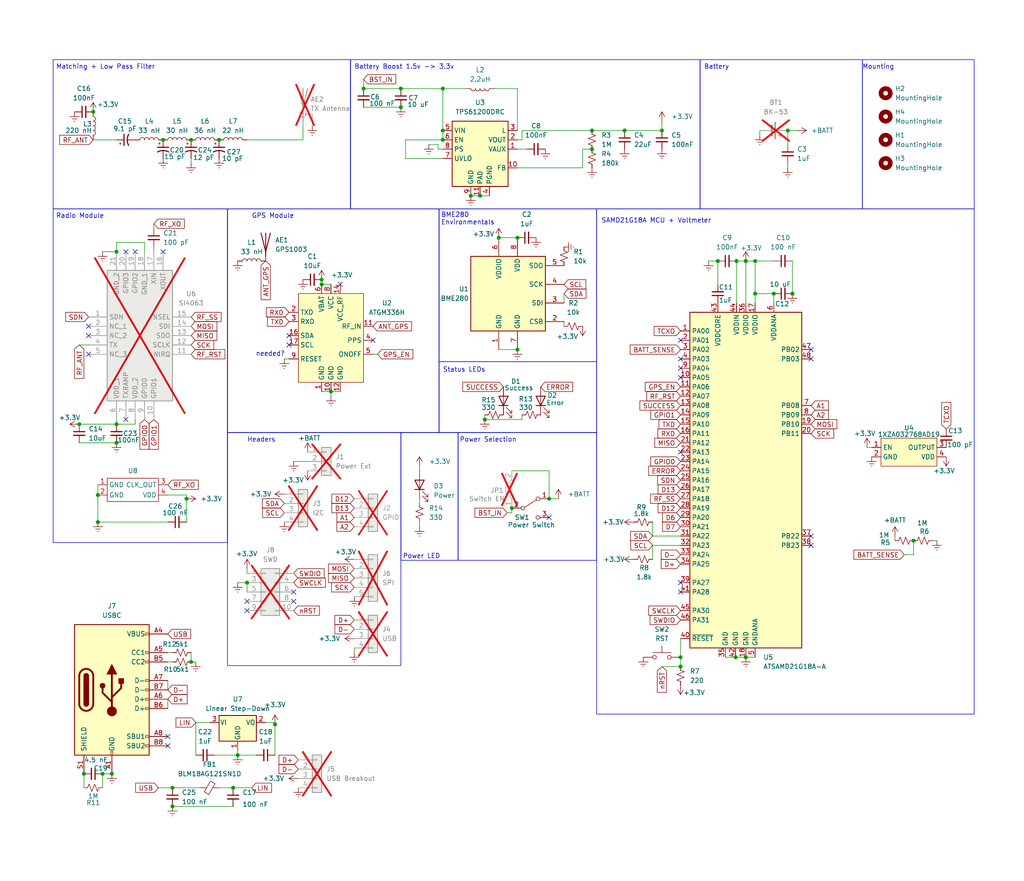
<source format=kicad_sch>
(kicad_sch (version 20231120) (generator "eeschema") (generator_version "8.0")
  (paper "User" 278.994 240.005)
  (title_block (title "Tiny4FSK") (date "2024-01-25") (company "New England Weather Balloon Society") (comment 1 "The lightweight, tiny Horus Binary and LoRa HAB tracker"))
  (junction (at 50.8 135.89))
  (junction (at 200.406 179.07))
  (junction (at 210.82 80.01))
  (junction (at 67.31 158.75))
  (junction (at 195.58 71.12))
  (junction (at 149.606 135.89))
  (junction (at 135.89 64.77))
  (junction (at 31.75 68.58))
  (junction (at 22.86 210.82))
  (junction (at 214.63 35.56))
  (junction (at 128.27 53.34))
  (junction (at 31.75 115.57))
  (junction (at 31.75 120.65))
  (junction (at 139.446 138.43))
  (junction (at 74.93 197.358))
  (junction (at 46.99 214.63))
  (junction (at 140.97 64.77))
  (junction (at 161.29 40.64))
  (junction (at 109.22 24.13))
  (junction (at 130.81 53.34))
  (junction (at 46.99 219.71))
  (junction (at 52.07 180.34))
  (junction (at 185.42 181.61))
  (junction (at 90.17 106.68))
  (junction (at 21.59 115.57))
  (junction (at 132.08 114.3))
  (junction (at 44.45 38.1))
  (junction (at 185.42 179.07))
  (junction (at 109.22 29.21))
  (junction (at 203.2 179.07))
  (junction (at 63.5 214.63))
  (junction (at 27.94 210.82))
  (junction (at 25.4 30.48))
  (junction (at 99.06 24.13))
  (junction (at 26.67 134.874))
  (junction (at 140.97 95.25))
  (junction (at 205.74 71.12))
  (junction (at 26.67 142.24))
  (junction (at 87.63 77.47))
  (junction (at 170.18 35.56))
  (junction (at 120.65 38.1))
  (junction (at 59.69 38.1))
  (junction (at 64.77 205.74))
  (junction (at 120.65 35.56))
  (junction (at 87.63 76.2))
  (junction (at 30.48 210.82))
  (junction (at 248.92 147.32))
  (junction (at 120.65 24.13))
  (junction (at 200.66 71.12))
  (junction (at 180.34 35.56))
  (junction (at 203.2 71.12))
  (junction (at 161.29 35.56))
  (junction (at 205.74 80.01))
  (junction (at 52.07 38.1))
  (junction (at 215.9 80.01))
  (no_connect (at 185.42 97.79))
  (no_connect (at 34.29 68.58))
  (no_connect (at 149.606 140.97))
  (no_connect (at 80.01 161.29))
  (no_connect (at 45.72 203.2))
  (no_connect (at 220.98 97.79))
  (no_connect (at 185.42 100.33))
  (no_connect (at 80.01 163.83))
  (no_connect (at 101.6 92.71))
  (no_connect (at 44.45 68.58))
  (no_connect (at 36.83 68.58))
  (no_connect (at 67.31 166.37))
  (no_connect (at 220.98 95.25))
  (no_connect (at 78.74 93.98))
  (no_connect (at 78.74 91.44))
  (no_connect (at 185.42 158.75))
  (no_connect (at 220.98 148.59))
  (no_connect (at 24.13 96.52))
  (no_connect (at 220.98 146.05))
  (no_connect (at 185.42 92.71))
  (no_connect (at 185.42 123.19))
  (no_connect (at 92.71 77.47))
  (no_connect (at 34.29 114.3))
  (no_connect (at 24.13 91.44))
  (no_connect (at 185.42 161.29))
  (no_connect (at 67.31 163.83))
  (no_connect (at 45.72 200.66))
  (no_connect (at 24.13 88.9))
  (no_connect (at 185.42 102.87))
  (wire (pts (xy 161.29 35.56) (xy 170.18 35.56)))
  (wire (pts (xy 135.89 95.25) (xy 140.97 95.25)))
  (wire (pts (xy 52.07 44.45) (xy 52.07 43.18)))
  (wire (pts (xy 128.27 53.34) (xy 130.81 53.34)))
  (wire (pts (xy 205.74 82.55) (xy 205.74 80.01)))
  (wire (pts (xy 67.31 154.94) (xy 67.31 156.21)))
  (wire (pts (xy 114.3 142.24) (xy 114.3 143.51)))
  (wire (pts (xy 63.5 214.63) (xy 68.58 214.63)))
  (wire (pts (xy 87.63 76.2) (xy 87.63 77.47)))
  (wire (pts (xy 195.58 77.47) (xy 195.58 71.12)))
  (wire (pts (xy 114.3 135.89) (xy 114.3 137.16)))
  (wire (pts (xy 120.65 24.13) (xy 127 24.13)))
  (wire (pts (xy 52.07 177.8) (xy 52.07 180.34)))
  (wire (pts (xy 45.72 177.8) (xy 46.99 177.8)))
  (wire (pts (xy 110.49 38.1) (xy 110.49 43.18)))
  (wire (pts (xy 46.99 214.63) (xy 54.61 214.63)))
  (wire (pts (xy 110.49 38.1) (xy 120.65 38.1)))
  (wire (pts (xy 50.8 135.89) (xy 50.8 142.24)))
  (wire (pts (xy 138.176 139.7) (xy 139.446 139.7)))
  (wire (pts (xy 180.34 181.61) (xy 185.42 181.61)))
  (wire (pts (xy 22.86 214.63) (xy 22.86 210.82)))
  (wire (pts (xy 140.97 35.56) (xy 140.97 24.13)))
  (wire (pts (xy 203.2 179.07) (xy 205.74 179.07)))
  (wire (pts (xy 142.24 38.1) (xy 142.24 35.56)))
  (wire (pts (xy 215.9 71.12) (xy 215.9 80.01)))
  (wire (pts (xy 58.42 205.74) (xy 64.77 205.74)))
  (wire (pts (xy 205.74 71.12) (xy 205.74 80.01)))
  (wire (pts (xy 119.38 39.37) (xy 119.38 40.64)))
  (wire (pts (xy 217.17 35.56) (xy 214.63 35.56)))
  (wire (pts (xy 99.06 29.21) (xy 109.22 29.21)))
  (wire (pts (xy 158.75 40.64) (xy 161.29 40.64)))
  (wire (pts (xy 46.99 180.34) (xy 45.72 180.34)))
  (wire (pts (xy 41.91 60.96) (xy 41.91 62.23)))
  (wire (pts (xy 200.406 179.07) (xy 203.2 179.07)))
  (wire (pts (xy 102.87 96.52) (xy 101.6 96.52)))
  (wire (pts (xy 27.94 68.58) (xy 31.75 68.58)))
  (wire (pts (xy 177.8 142.24) (xy 177.8 146.05)))
  (wire (pts (xy 53.34 180.34) (xy 52.07 180.34)))
  (wire (pts (xy 248.92 147.32) (xy 248.92 151.13)))
  (wire (pts (xy 197.612 179.07) (xy 200.406 179.07)))
  (wire (pts (xy 180.34 33.02) (xy 180.34 35.56)))
  (wire (pts (xy 21.59 115.57) (xy 31.75 115.57)))
  (wire (pts (xy 140.97 40.64) (xy 143.51 40.64)))
  (wire (pts (xy 120.65 24.13) (xy 120.65 35.56)))
  (wire (pts (xy 142.24 113.03) (xy 142.24 114.3)))
  (wire (pts (xy 39.37 66.04) (xy 31.75 66.04)))
  (wire (pts (xy 50.8 134.874) (xy 50.8 135.89)))
  (wire (pts (xy 59.69 214.63) (xy 63.5 214.63)))
  (wire (pts (xy 26.67 134.874) (xy 26.67 142.24)))
  (wire (pts (xy 64.77 205.74) (xy 69.85 205.74)))
  (wire (pts (xy 246.38 151.13) (xy 248.92 151.13)))
  (wire (pts (xy 153.67 88.9) (xy 153.67 87.63)))
  (wire (pts (xy 110.49 43.18) (xy 120.65 43.18)))
  (wire (pts (xy 205.74 80.01) (xy 210.82 80.01)))
  (wire (pts (xy 82.55 34.29) (xy 82.55 38.1)))
  (wire (pts (xy 27.94 210.82) (xy 30.48 210.82)))
  (wire (pts (xy 140.97 24.13) (xy 134.62 24.13)))
  (wire (pts (xy 90.17 107.95) (xy 90.17 106.68)))
  (wire (pts (xy 43.18 214.63) (xy 46.99 214.63)))
  (wire (pts (xy 45.72 134.874) (xy 50.8 134.874)))
  (wire (pts (xy 25.4 38.1) (xy 31.75 38.1)))
  (wire (pts (xy 139.446 128.27) (xy 149.606 128.27)))
  (wire (pts (xy 132.08 113.03) (xy 132.08 114.3)))
  (wire (pts (xy 139.446 139.7) (xy 139.446 138.43)))
  (wire (pts (xy 210.82 80.01) (xy 210.82 82.55)))
  (wire (pts (xy 63.5 219.71) (xy 46.99 219.71)))
  (wire (pts (xy 87.63 106.68) (xy 90.17 106.68)))
  (wire (pts (xy 96.52 177.8) (xy 96.52 176.53)))
  (wire (pts (xy 99.06 21.59) (xy 99.06 24.13)))
  (wire (pts (xy 26.67 132.08) (xy 26.67 134.874)))
  (wire (pts (xy 153.67 80.01) (xy 153.67 82.55)))
  (wire (pts (xy 177.8 146.05) (xy 185.42 146.05)))
  (wire (pts (xy 243.84 146.05) (xy 243.84 147.32)))
  (wire (pts (xy 214.63 45.72) (xy 214.63 44.45)))
  (wire (pts (xy 31.75 115.57) (xy 36.83 115.57)))
  (wire (pts (xy 185.42 179.07) (xy 185.42 181.61)))
  (wire (pts (xy 27.94 210.82) (xy 27.94 214.63)))
  (wire (pts (xy 185.42 179.07) (xy 185.42 173.99)))
  (wire (pts (xy 114.3 127) (xy 114.3 128.27)))
  (wire (pts (xy 135.89 64.77) (xy 140.97 64.77)))
  (wire (pts (xy 67.31 38.1) (xy 82.55 38.1)))
  (wire (pts (xy 53.34 196.85) (xy 53.34 205.74)))
  (wire (pts (xy 26.67 142.24) (xy 45.72 142.24)))
  (wire (pts (xy 200.66 71.12) (xy 200.66 82.55)))
  (wire (pts (xy 31.75 115.57) (xy 31.75 114.3)))
  (wire (pts (xy 74.93 196.85) (xy 74.93 197.358)))
  (wire (pts (xy 177.8 148.59) (xy 185.42 148.59)))
  (wire (pts (xy 21.59 120.65) (xy 31.75 120.65)))
  (wire (pts (xy 193.04 71.12) (xy 195.58 71.12)))
  (wire (pts (xy 72.39 196.85) (xy 74.93 196.85)))
  (wire (pts (xy 74.93 197.358) (xy 74.93 205.74)))
  (wire (pts (xy 64.77 158.75) (xy 67.31 158.75)))
  (wire (pts (xy 87.63 77.47) (xy 90.17 77.47)))
  (wire (pts (xy 41.91 67.31) (xy 41.91 68.58)))
  (wire (pts (xy 142.24 114.3) (xy 132.08 114.3)))
  (wire (pts (xy 80.01 125.73) (xy 83.82 125.73)))
  (wire (pts (xy 90.17 106.68) (xy 92.71 106.68)))
  (wire (pts (xy 99.06 24.13) (xy 109.22 24.13)))
  (wire (pts (xy 130.81 53.34) (xy 133.35 53.34)))
  (wire (pts (xy 236.22 121.92) (xy 237.49 121.92)))
  (wire (pts (xy 200.66 71.12) (xy 203.2 71.12)))
  (wire (pts (xy 77.47 97.79) (xy 78.74 97.79)))
  (wire (pts (xy 67.31 158.75) (xy 67.31 161.29)))
  (wire (pts (xy 158.75 45.72) (xy 140.97 45.72)))
  (wire (pts (xy 205.74 71.12) (xy 210.82 71.12)))
  (wire (pts (xy 21.59 93.98) (xy 24.13 93.98)))
  (wire (pts (xy 214.63 39.37) (xy 214.63 35.56)))
  (wire (pts (xy 140.97 38.1) (xy 142.24 38.1)))
  (wire (pts (xy 149.606 128.27) (xy 149.606 135.89)))
  (wire (pts (xy 158.75 40.64) (xy 158.75 45.72)))
  (wire (pts (xy 31.75 66.04) (xy 31.75 68.58)))
  (wire (pts (xy 203.2 71.12) (xy 205.74 71.12)))
  (wire (pts (xy 64.77 204.47) (xy 64.77 205.74)))
  (wire (pts (xy 207.01 36.83) (xy 207.01 35.56)))
  (wire (pts (xy 203.2 71.12) (xy 203.2 82.55)))
  (wire (pts (xy 36.83 114.3) (xy 36.83 115.57)))
  (wire (pts (xy 45.72 190.5) (xy 45.72 193.04)))
  (wire (pts (xy 39.37 68.58) (xy 39.37 66.04)))
  (wire (pts (xy 119.38 40.64) (xy 120.65 40.64)))
  (wire (pts (xy 170.18 35.56) (xy 180.34 35.56)))
  (wire (pts (xy 109.22 24.13) (xy 120.65 24.13)))
  (wire (pts (xy 142.24 35.56) (xy 161.29 35.56)))
  (wire (pts (xy 45.72 185.42) (xy 45.72 187.96)))
  (wire (pts (xy 177.8 152.4) (xy 177.8 148.59)))
  (wire (pts (xy 116.84 39.37) (xy 119.38 39.37)))
  (wire (pts (xy 152.146 135.89) (xy 149.606 135.89)))
  (wire (pts (xy 53.34 196.85) (xy 57.15 196.85)))
  (wire (pts (xy 120.65 38.1) (xy 120.65 35.56)))
  (wire (pts (xy 255.27 147.32) (xy 254 147.32)))
  (rectangle (start 61.976 117.856) (end 109.22 181.356))
  (rectangle (start 95.504 16.256) (end 190.754 56.896))
  (rectangle (start 162.56 56.896) (end 265.43 194.564))
  (rectangle (start 14.478 16.256) (end 95.504 56.896))
  (rectangle (start 190.754 16.256) (end 234.95 56.896))
  (rectangle (start 119.634 98.552) (end 162.56 117.856))
  (rectangle (start 109.22 117.856) (end 124.8192 152.654))
  (rectangle (start 124.8192 117.856) (end 162.56 152.654))
  (rectangle (start 234.95 16.256) (end 265.43 56.896))
  (rectangle (start 61.976 56.896) (end 119.634 117.856))
  (rectangle (start 14.478 56.896) (end 61.976 147.828))
  (rectangle (start 119.634 56.896) (end 162.56 98.552))
  (text "Power LED\n" (at 109.728 152.4 0) (effects (font (size 1.27 1.27)) (justify left bottom)))
  (text "GPS Module\n" (at 68.58 59.69 0) (effects (font (size 1.27 1.27)) (justify left bottom)))
  (text "Headers\n" (at 67.31 120.65 0) (effects (font (size 1.27 1.27)) (justify left bottom)))
  (text "needed?" (at 73.66 96.52 0) (effects (font (size 1.27 1.27))))
  (text "Matching + Low Pass Filter\n" (at 15.24 19.05 0) (effects (font (size 1.27 1.27)) (justify left bottom)))
  (text "Power Selection\n" (at 125.222 120.65 0) (effects (font (size 1.27 1.27)) (justify left bottom)))
  (text "BME280\nEnvironmentals" (at 120.142 61.468 0) (effects (font (size 1.27 1.27)) (justify left bottom)))
  (text "Radio Module\n" (at 15.24 59.69 0) (effects (font (size 1.27 1.27)) (justify left bottom)))
  (text "SAMD21G18A MCU + Voltmeter\n" (at 163.83 60.96 0) (effects (font (size 1.27 1.27)) (justify left bottom)))
  (text "Mounting\n" (at 234.95 19.05 0) (effects (font (size 1.27 1.27)) (justify left bottom)))
  (text "Battery" (at 191.77 19.05 0) (effects (font (size 1.27 1.27)) (justify left bottom)))
  (text "Status LEDs\n" (at 120.65 101.6 0) (effects (font (size 1.27 1.27)) (justify left bottom)))
  (text "Battery Boost 1.5v -> 3.3v" (at 96.52 19.05 0) (effects (font (size 1.27 1.27)) (justify left bottom)))
  (global_label "RF_XO" (shape input) (at 41.91 60.96 0) (property "Intersheetrefs" "${INTERSHEET_REFS}" (effects (hide yes))))
  (global_label "D12" (shape input) (at 96.52 135.89 180) (property "Intersheetrefs" "${INTERSHEET_REFS}" (effects (hide yes))))
  (global_label "nRST" (shape input) (at 80.01 166.37 0) (property "Intersheetrefs" "${INTERSHEET_REFS}" (effects (hide yes))))
  (global_label "USB" (shape input) (at 45.72 172.72 0) (property "Intersheetrefs" "${INTERSHEET_REFS}" (effects (hide yes))))
  (global_label "GPIO0" (shape input) (at 39.37 114.3 270) (property "Intersheetrefs" "${INTERSHEET_REFS}" (effects (hide yes))))
  (global_label "BATT_SENSE" (shape input) (at 185.42 95.25 180) (property "Intersheetrefs" "${INTERSHEET_REFS}" (effects (hide yes))))
  (global_label "LIN" (shape input) (at 68.58 214.63 0) (property "Intersheetrefs" "${INTERSHEET_REFS}" (effects (hide yes))))
  (global_label "D13" (shape input) (at 96.52 138.43 180) (property "Intersheetrefs" "${INTERSHEET_REFS}" (effects (hide yes))))
  (global_label "GPIO0" (shape input) (at 185.42 125.73 180) (property "Intersheetrefs" "${INTERSHEET_REFS}" (effects (hide yes))))
  (global_label "RF_ANT" (shape input) (at 21.59 93.98 270) (property "Intersheetrefs" "${INTERSHEET_REFS}" (effects (hide yes))))
  (global_label "SCL" (shape input) (at 77.47 139.7 180) (property "Intersheetrefs" "${INTERSHEET_REFS}" (effects (hide yes))))
  (global_label "A1" (shape input) (at 96.52 140.97 180) (property "Intersheetrefs" "${INTERSHEET_REFS}" (effects (hide yes))))
  (global_label "ANT_GPS" (shape input) (at 72.39 71.12 270) (property "Intersheetrefs" "${INTERSHEET_REFS}" (effects (hide yes))))
  (global_label "D7" (shape input) (at 185.42 143.51 180) (property "Intersheetrefs" "${INTERSHEET_REFS}" (effects (hide yes))))
  (global_label "TCXO" (shape input) (at 257.81 116.84 90) (property "Intersheetrefs" "${INTERSHEET_REFS}" (effects (hide yes))))
  (global_label "SWDIO" (shape input) (at 185.42 168.91 180) (property "Intersheetrefs" "${INTERSHEET_REFS}" (effects (hide yes))))
  (global_label "SUCCESS" (shape input) (at 137.16 105.41 180) (property "Intersheetrefs" "${INTERSHEET_REFS}" (effects (hide yes))))
  (global_label "A2" (shape input) (at 220.98 113.03 0) (property "Intersheetrefs" "${INTERSHEET_REFS}" (effects (hide yes))))
  (global_label "D6" (shape input) (at 185.42 140.97 180) (property "Intersheetrefs" "${INTERSHEET_REFS}" (effects (hide yes))))
  (global_label "SWDIO" (shape input) (at 80.01 156.21 0) (property "Intersheetrefs" "${INTERSHEET_REFS}" (effects (hide yes))))
  (global_label "D-" (shape input) (at 45.72 187.96 0) (property "Intersheetrefs" "${INTERSHEET_REFS}" (effects (hide yes))))
  (global_label "D-" (shape input) (at 185.42 151.13 180) (property "Intersheetrefs" "${INTERSHEET_REFS}" (effects (hide yes))))
  (global_label "A2" (shape input) (at 96.52 143.51 180) (property "Intersheetrefs" "${INTERSHEET_REFS}" (effects (hide yes))))
  (global_label "SDA" (shape input) (at 177.8 146.05 180) (property "Intersheetrefs" "${INTERSHEET_REFS}" (effects (hide yes))))
  (global_label "TXD" (shape input) (at 185.42 115.57 180) (property "Intersheetrefs" "${INTERSHEET_REFS}" (effects (hide yes))))
  (global_label "SDN" (shape input) (at 24.13 86.36 180) (property "Intersheetrefs" "${INTERSHEET_REFS}" (effects (hide yes))))
  (global_label "ANT_GPS" (shape input) (at 101.6 88.9 0) (property "Intersheetrefs" "${INTERSHEET_REFS}" (effects (hide yes))))
  (global_label "D+" (shape input) (at 81.28 207.01 180) (property "Intersheetrefs" "${INTERSHEET_REFS}" (effects (hide yes))))
  (global_label "BST_IN" (shape input) (at 138.176 139.7 180) (property "Intersheetrefs" "${INTERSHEET_REFS}" (effects (hide yes))))
  (global_label "RF_XO" (shape input) (at 45.72 132.08 0) (property "Intersheetrefs" "${INTERSHEET_REFS}" (effects (hide yes))))
  (global_label "MOSI" (shape input) (at 220.98 115.57 0) (property "Intersheetrefs" "${INTERSHEET_REFS}" (effects (hide yes))))
  (global_label "D+" (shape input) (at 185.42 153.67 180) (property "Intersheetrefs" "${INTERSHEET_REFS}" (effects (hide yes))))
  (global_label "RXD" (shape input) (at 185.42 118.11 180) (property "Intersheetrefs" "${INTERSHEET_REFS}" (effects (hide yes))))
  (global_label "D+" (shape input) (at 96.52 168.91 180) (property "Intersheetrefs" "${INTERSHEET_REFS}" (effects (hide yes))))
  (global_label "BATT_SENSE" (shape input) (at 246.38 151.13 180) (property "Intersheetrefs" "${INTERSHEET_REFS}" (effects (hide yes))))
  (global_label "GPS_EN" (shape input) (at 102.87 96.52 0) (property "Intersheetrefs" "${INTERSHEET_REFS}" (effects (hide yes))))
  (global_label "RXD" (shape input) (at 78.74 85.09 180) (property "Intersheetrefs" "${INTERSHEET_REFS}" (effects (hide yes))))
  (global_label "SDN" (shape input) (at 185.42 130.81 180) (property "Intersheetrefs" "${INTERSHEET_REFS}" (effects (hide yes))))
  (global_label "RF_RST" (shape input) (at 185.42 107.95 180) (property "Intersheetrefs" "${INTERSHEET_REFS}" (effects (hide yes))))
  (global_label "LIN" (shape input) (at 53.34 196.85 180) (property "Intersheetrefs" "${INTERSHEET_REFS}" (effects (hide yes))))
  (global_label "SWCLK" (shape input) (at 185.42 166.37 180) (property "Intersheetrefs" "${INTERSHEET_REFS}" (effects (hide yes))))
  (global_label "USB" (shape input) (at 43.18 214.63 180) (property "Intersheetrefs" "${INTERSHEET_REFS}" (effects (hide yes))))
  (global_label "D-" (shape input) (at 81.28 209.55 180) (property "Intersheetrefs" "${INTERSHEET_REFS}" (effects (hide yes))))
  (global_label "D+" (shape input) (at 45.72 190.5 0) (property "Intersheetrefs" "${INTERSHEET_REFS}" (effects (hide yes))))
  (global_label "TXD" (shape input) (at 78.74 87.63 180) (property "Intersheetrefs" "${INTERSHEET_REFS}" (effects (hide yes))))
  (global_label "D-" (shape input) (at 96.52 171.45 180) (property "Intersheetrefs" "${INTERSHEET_REFS}" (effects (hide yes))))
  (global_label "SCK" (shape input) (at 52.07 93.98 0) (property "Intersheetrefs" "${INTERSHEET_REFS}" (effects (hide yes))))
  (global_label "RF_SS" (shape input) (at 52.07 86.36 0) (property "Intersheetrefs" "${INTERSHEET_REFS}" (effects (hide yes))))
  (global_label "SDA" (shape input) (at 77.47 137.16 180) (property "Intersheetrefs" "${INTERSHEET_REFS}" (effects (hide yes))))
  (global_label "D13" (shape input) (at 185.42 133.35 180) (property "Intersheetrefs" "${INTERSHEET_REFS}" (effects (hide yes))))
  (global_label "RF_RST" (shape input) (at 52.07 96.52 0) (property "Intersheetrefs" "${INTERSHEET_REFS}" (effects (hide yes))))
  (global_label "SUCCESS" (shape input) (at 185.42 110.49 180) (property "Intersheetrefs" "${INTERSHEET_REFS}" (effects (hide yes))))
  (global_label "GPIO1" (shape input) (at 185.42 113.03 180) (property "Intersheetrefs" "${INTERSHEET_REFS}" (effects (hide yes))))
  (global_label "nRST" (shape input) (at 180.34 181.61 270) (property "Intersheetrefs" "${INTERSHEET_REFS}" (effects (hide yes))))
  (global_label "SDA" (shape input) (at 153.67 80.01 0) (property "Intersheetrefs" "${INTERSHEET_REFS}" (effects (hide yes))))
  (global_label "MISO" (shape input) (at 96.52 157.48 180) (property "Intersheetrefs" "${INTERSHEET_REFS}" (effects (hide yes))))
  (global_label "A1" (shape input) (at 220.98 110.49 0) (property "Intersheetrefs" "${INTERSHEET_REFS}" (effects (hide yes))))
  (global_label "BST_IN" (shape input) (at 99.06 21.59 0) (property "Intersheetrefs" "${INTERSHEET_REFS}" (effects (hide yes))))
  (global_label "MISO" (shape input) (at 185.42 120.65 180) (property "Intersheetrefs" "${INTERSHEET_REFS}" (effects (hide yes))))
  (global_label "MOSI" (shape input) (at 52.07 88.9 0) (property "Intersheetrefs" "${INTERSHEET_REFS}" (effects (hide yes))))
  (global_label "SWCLK" (shape input) (at 80.01 158.75 0) (property "Intersheetrefs" "${INTERSHEET_REFS}" (effects (hide yes))))
  (global_label "SCL" (shape input) (at 177.8 148.59 180) (property "Intersheetrefs" "${INTERSHEET_REFS}" (effects (hide yes))))
  (global_label "ERROR" (shape input) (at 147.32 105.41 0) (property "Intersheetrefs" "${INTERSHEET_REFS}" (effects (hide yes))))
  (global_label "SCK" (shape input) (at 96.52 160.02 180) (property "Intersheetrefs" "${INTERSHEET_REFS}" (effects (hide yes))))
  (global_label "GPS_EN" (shape input) (at 185.42 105.41 180) (property "Intersheetrefs" "${INTERSHEET_REFS}" (effects (hide yes))))
  (global_label "ERROR" (shape input) (at 185.42 128.27 180) (property "Intersheetrefs" "${INTERSHEET_REFS}" (effects (hide yes))))
  (global_label "SCK" (shape input) (at 220.98 118.11 0) (property "Intersheetrefs" "${INTERSHEET_REFS}" (effects (hide yes))))
  (global_label "RF_ANT" (shape input) (at 25.4 38.1 180) (property "Intersheetrefs" "${INTERSHEET_REFS}" (effects (hide yes))))
  (global_label "MISO" (shape input) (at 52.07 91.44 0) (property "Intersheetrefs" "${INTERSHEET_REFS}" (effects (hide yes))))
  (global_label "SCL" (shape input) (at 153.67 77.47 0) (property "Intersheetrefs" "${INTERSHEET_REFS}" (effects (hide yes))))
  (global_label "D12" (shape input) (at 185.42 138.43 180) (property "Intersheetrefs" "${INTERSHEET_REFS}" (effects (hide yes))))
  (global_label "MOSI" (shape input) (at 96.52 154.94 180) (property "Intersheetrefs" "${INTERSHEET_REFS}" (effects (hide yes))))
  (global_label "GPIO1" (shape input) (at 41.91 114.3 270) (property "Intersheetrefs" "${INTERSHEET_REFS}" (effects (hide yes))))
  (global_label "TCXO" (shape input) (at 185.42 90.17 180) (property "Intersheetrefs" "${INTERSHEET_REFS}" (effects (hide yes))))
  (global_label "RF_SS" (shape input) (at 185.42 135.89 180) (property "Intersheetrefs" "${INTERSHEET_REFS}" (effects (hide yes))))
  (symbol (lib_name "Earth_2") (lib_id "power:Earth") (at 114.3 143.51 0) (unit 1)
    (property "Reference" "#PWR012" (effects (hide yes)))
    (property "Value" "Earth" (effects (hide yes)))
  )
  (symbol (lib_name "Earth_4") (lib_id "power:Earth") (at 215.9 80.01 0) (unit 1)
    (property "Reference" "#PWR047" (effects (hide yes)))
    (property "Value" "Earth" (effects (hide yes)))
  )
  (symbol (lib_name "+3.3V_9") (lib_id "power:+3.3V") (at 81.28 212.09 90) (mirror x) (unit 1)
    (property "Reference" "#PWR059" (effects (hide yes)))
    (property "Value" "+3.3V" (at 77.47 212.0899 90) (effects (justify left)))
  )
  (symbol (lib_id "Mechanical:MountingHole") (at 241.3 31.75 0) (unit 1) (in_bom no)
    (property "Reference" "H4" (at 243.84 30.4799 0) (effects (justify left)))
    (property "Value" "MountingHole" (at 243.84 33.0199 0) (effects (justify left)))
    (property "Footprint" "MountingHole:MountingHole_2.2mm_M2" (effects (hide yes)))
    (property "Description" "Mounting Hole without connection" (effects (hide yes)))
  )
  (symbol (lib_id "Device:R_Small_US") (at 175.26 142.24 270) (unit 1)
    (property "Reference" "R9" (at 174.752 138.176 90))
    (property "Value" "1.8k" (at 174.752 139.954 90))
    (property "Footprint" "Resistor_SMD:R_0603_1608Metric_Pad0.98x0.95mm_HandSolder" (effects (hide yes)))
    (property "Description" "Resistor, small US symbol" (effects (hide yes)))
    (property "LCSC" "C4177" (effects (hide yes)))
  )
  (symbol (lib_id "Device:C_Polarized_Small_US") (at 52.07 40.64 0) (unit 1)
    (property "Reference" "C24" (at 53.848 40.894 0) (effects (justify left)))
    (property "Value" "12 pF" (at 52.578 42.926 0) (effects (justify left)))
    (property "Footprint" "Capacitor_SMD:C_0402_1005Metric_Pad0.74x0.62mm_HandSolder" (effects (hide yes)))
    (property "Description" "Polarized capacitor, small US symbol" (effects (hide yes)))
    (property "LCSC" "C1547" (effects (hide yes)))
  )
  (symbol (lib_id "Device:R_Small_US") (at 114.3 139.7 0) (unit 1)
    (property "Reference" "R14" (at 116.84 138.4299 0) (effects (justify left)))
    (property "Value" "330" (at 116.84 140.9699 0) (effects (justify left)))
    (property "Footprint" "Resistor_SMD:R_0603_1608Metric_Pad0.98x0.95mm_HandSolder" (effects (hide yes)))
    (property "Description" "Resistor, small US symbol" (effects (hide yes)))
    (property "LCSC" "C23138" (effects (hide yes)))
  )
  (symbol (lib_id "Oscillator:ATXK-H11-E-32.768KHZ-E50-T3") (at 247.65 118.11 0) (unit 1)
    (property "Reference" "U4" (at 247.65 116.586 0))
    (property "Value" "1XZA032768AD19" (at 247.65 118.364 0))
    (property "Footprint" "Oscillator_TCXO:KDS-1XZA032768AD19" (effects (hide yes)))
    (property "LCSC" "C213398" (effects (hide yes)))
  )
  (symbol (lib_name "+3.3V_6") (lib_id "power:+3.3V") (at 236.22 121.92 0) (unit 1)
    (property "Reference" "#PWR051" (effects (hide yes)))
    (property "Value" "+3.3V" (at 232.664 118.11 0) (effects (justify left)))
  )
  (symbol (lib_id "Device:L") (at 130.81 24.13 270) (unit 1)
    (property "Reference" "L2" (at 130.81 19.05 90))
    (property "Value" "2.2uH" (at 130.81 21.59 90))
    (property "Footprint" "IND_CONT:LPS3015222MRB" (effects (hide yes)))
    (property "Description" "Inductor" (effects (hide yes)))
    (property "LCSC" "C2844756" (effects (hide yes)))
  )
  (symbol (lib_name "Earth_3") (lib_id "power:Earth") (at 161.29 45.72 0) (unit 1)
    (property "Reference" "#PWR032" (effects (hide yes)))
    (property "Value" "Earth" (effects (hide yes)))
  )
  (symbol (lib_id "Device:C_Small") (at 214.63 41.91 0) (unit 1)
    (property "Reference" "C3" (at 217.17 40.6462 0) (effects (justify left)))
    (property "Value" "1uF" (at 217.17 43.1862 0) (effects (justify left)))
    (property "Footprint" "Capacitor_SMD:C_0402_1005Metric_Pad0.74x0.62mm_HandSolder" (effects (hide yes)))
    (property "Description" "Unpolarized capacitor, small symbol" (effects (hide yes)))
    (property "LCSC" "C52923" (effects (hide yes)))
  )
  (symbol (lib_id "power:+3.3V") (at 96.52 152.4 90) (mirror x) (unit 1)
    (property "Reference" "#PWR017" (effects (hide yes)))
    (property "Value" "+3.3V" (at 91.186 150.368 90) (effects (justify right)))
  )
  (symbol (lib_name "Earth_4") (lib_id "power:Earth") (at 255.27 147.32 0) (unit 1)
    (property "Reference" "#PWR053" (effects (hide yes)))
    (property "Value" "Earth" (effects (hide yes)))
  )
  (symbol (lib_id "Device:R_Small_US") (at 251.46 147.32 90) (unit 1)
    (property "Reference" "R6" (at 253.238 144.78 90) (effects (justify left)))
    (property "Value" "1M" (at 252.73 142.494 90) (effects (justify left)))
    (property "Footprint" "Resistor_SMD:R_0402_1005Metric_Pad0.72x0.64mm_HandSolder" (effects (hide yes)))
    (property "Description" "Resistor, small US symbol" (effects (hide yes)))
    (property "LCSC" "C26083" (effects (hide yes)))
  )
  (symbol (lib_id "Device:R_Small_US") (at 161.29 38.1 0) (unit 1)
    (property "Reference" "R3" (at 163.83 36.8299 0) (effects (justify left)))
    (property "Value" "1M" (at 163.83 39.3699 0) (effects (justify left)))
    (property "Footprint" "Resistor_SMD:R_0402_1005Metric_Pad0.72x0.64mm_HandSolder" (effects (hide yes)))
    (property "Description" "Resistor, small US symbol" (effects (hide yes)))
    (property "LCSC" "C26083" (effects (hide yes)))
  )
  (symbol (lib_name "+3.3V_9") (lib_id "power:+3.3V") (at 172.72 152.4 90) (unit 1)
    (property "Reference" "#PWR036" (effects (hide yes)))
    (property "Value" "+3.3V" (at 164.338 152.4 90) (effects (justify right)))
  )
  (symbol (lib_id "Device:C_Small") (at 72.39 205.74 270) (unit 1)
    (property "Reference" "C18" (at 72.3836 199.39 90))
    (property "Value" "1uF" (at 72.3836 201.93 90))
    (property "Footprint" "Capacitor_SMD:C_0402_1005Metric_Pad0.74x0.62mm_HandSolder" (effects (hide yes)))
    (property "Description" "Unpolarized capacitor, small symbol" (effects (hide yes)))
    (property "LCSC" "C52923" (effects (hide yes)))
  )
  (symbol (lib_id "Device:C_Small") (at 46.99 217.17 0) (unit 1)
    (property "Reference" "C25" (at 49.53 215.9062 0) (effects (justify left)))
    (property "Value" "100 nF" (at 49.53 218.4462 0) (effects (justify left)))
    (property "Footprint" "Capacitor_SMD:C_0402_1005Metric_Pad0.74x0.62mm_HandSolder" (effects (hide yes)))
    (property "Description" "Unpolarized capacitor, small symbol" (effects (hide yes)))
    (property "LCSC" "C1525" (effects (hide yes)))
  )
  (symbol (lib_id "Device:C_Small") (at 195.58 80.01 180) (unit 1)
    (property "Reference" "C11" (at 195.834 78.232 0) (effects (justify right)))
    (property "Value" "1uF" (at 195.834 81.788 0) (effects (justify right)))
    (property "Footprint" "Capacitor_SMD:C_0402_1005Metric_Pad0.74x0.62mm_HandSolder" (effects (hide yes)))
    (property "Description" "Unpolarized capacitor, small symbol" (effects (hide yes)))
    (property "LCSC" "C52923" (effects (hide yes)))
  )
  (symbol (lib_id "Connector_Generic:Conn_01x04") (at 101.6 171.45 0) (unit 1) (dnp yes)
    (property "Reference" "J4" (at 104.14 171.4499 0) (effects (justify left)))
    (property "Value" "USB" (at 104.14 173.9899 0) (effects (justify left)))
    (property "Footprint" "Connector_PinHeader_2.54mm:PinHeader_1x04_P2.54mm_Vertical" (effects (hide yes)))
    (property "Description" "Generic connector, single row, 01x04, script generated (kicad-library-utils/schlib/autogen/connector/)" (effects (hide yes)))
  )
  (symbol (lib_id "Device:R_Small_US") (at 49.53 180.34 270) (unit 1)
    (property "Reference" "R10" (at 46.482 182.372 90))
    (property "Value" "5k1" (at 49.784 182.372 90))
    (property "Footprint" "Resistor_SMD:R_0805_2012Metric_Pad1.20x1.40mm_HandSolder" (effects (hide yes)))
    (property "Description" "Resistor, small US symbol" (effects (hide yes)))
    (property "LCSC" "C27834" (effects (hide yes)))
  )
  (symbol (lib_id "Device:R_Small_US") (at 49.53 177.8 270) (unit 1)
    (property "Reference" "R12" (at 46.228 175.514 90))
    (property "Value" "5k1" (at 49.53 175.514 90))
    (property "Footprint" "Resistor_SMD:R_0805_2012Metric_Pad1.20x1.40mm_HandSolder" (effects (hide yes)))
    (property "Description" "Resistor, small US symbol" (effects (hide yes)))
    (property "LCSC" "C27834" (effects (hide yes)))
  )
  (symbol (lib_id "Device:R_Small_US") (at 161.29 43.18 0) (unit 1)
    (property "Reference" "R4" (at 163.83 41.9099 0) (effects (justify left)))
    (property "Value" "180k" (at 163.83 44.4499 0) (effects (justify left)))
    (property "Footprint" "Resistor_SMD:R_0402_1005Metric_Pad0.72x0.64mm_HandSolder" (effects (hide yes)))
    (property "Description" "Resistor, small US symbol" (effects (hide yes)))
    (property "LCSC" "C100276" (effects (hide yes)))
  )
  (symbol (lib_id "Device:L") (at 40.64 38.1 90) (unit 1)
    (property "Reference" "L4" (at 40.64 33.02 90))
    (property "Value" "33 nH" (at 40.64 35.56 90))
    (property "Footprint" "Inductor_SMD:L_0402_1005Metric_Pad0.77x0.64mm_HandSolder" (effects (hide yes)))
    (property "Description" "Inductor" (effects (hide yes)))
    (property "LCSC" "C307609" (effects (hide yes)))
  )
  (symbol (lib_name "Earth_4") (lib_id "power:Earth") (at 175.26 179.07 0) (unit 1)
    (property "Reference" "#PWR037" (effects (hide yes)))
    (property "Value" "Earth" (effects (hide yes)))
  )
  (symbol (lib_name "Earth_4") (lib_id "power:Earth") (at 153.67 67.31 90) (unit 1)
    (property "Reference" "#PWR030" (effects (hide yes)))
    (property "Value" "Earth" (effects (hide yes)))
  )
  (symbol (lib_name "+BATT_1") (lib_id "power:+BATT") (at 83.82 123.19 0) (unit 1)
    (property "Reference" "#PWR014" (effects (hide yes)))
    (property "Value" "+BATT" (at 81.28 119.38 0) (effects (justify left)))
  )
  (symbol (lib_id "Connector_Generic:Conn_01x05") (at 101.6 157.48 0) (unit 1) (dnp yes)
    (property "Reference" "J6" (at 104.14 156.2099 0) (effects (justify left)))
    (property "Value" "SPI" (at 104.14 158.7499 0) (effects (justify left)))
    (property "Footprint" "Connector_PinHeader_2.54mm:PinHeader_1x05_P2.54mm_Vertical" (effects (hide yes)))
    (property "Description" "Generic connector, single row, 01x05, script generated (kicad-library-utils/schlib/autogen/connector/)" (effects (hide yes)))
  )
  (symbol (lib_name "+3.3V_9") (lib_id "power:+3.3V") (at 96.52 173.99 90) (mirror x) (unit 1)
    (property "Reference" "#PWR040" (effects (hide yes)))
    (property "Value" "+3.3V" (at 92.71 173.9899 90) (effects (justify left)))
  )
  (symbol (lib_id "Device:FerriteBead_Small") (at 57.15 214.63 90) (unit 1)
    (property "Reference" "FB1" (at 57.1119 208.28 90))
    (property "Value" "BLM18AG121SN1D" (at 57.1119 210.82 90))
    (property "Footprint" "Resistor_SMD:R_0603_1608Metric_Pad0.98x0.95mm_HandSolder" (effects (hide yes)))
    (property "Description" "Ferrite bead, small symbol" (effects (hide yes)))
    (property "LCSC" "C76892" (effects (hide yes)))
  )
  (symbol (lib_name "Earth_4") (lib_id "power:Earth") (at 140.97 95.25 0) (unit 1)
    (property "Reference" "#PWR025" (effects (hide yes)))
    (property "Value" "Earth" (effects (hide yes)))
  )
  (symbol (lib_name "+3.3V_9") (lib_id "power:+3.3V") (at 180.34 33.02 0) (mirror y) (unit 1)
    (property "Reference" "#PWR069" (effects (hide yes)))
    (property "Value" "+3.3V" (at 182.88 31.7499 0) (effects (justify right)))
  )
  (symbol (lib_id "Device:LED") (at 114.3 132.08 90) (unit 1)
    (property "Reference" "D3" (at 118.11 132.3974 90) (effects (justify right)))
    (property "Value" "Power" (at 118.11 134.9374 90) (effects (justify right)))
    (property "Footprint" "LED_SMD:LED_0805_2012Metric_Pad1.15x1.40mm_HandSolder" (effects (hide yes)))
    (property "Description" "Light emitting diode" (effects (hide yes)))
    (property "LCSC" "C84256" (effects (hide yes)))
  )
  (symbol (lib_id "Device:C_Small") (at 213.36 71.12 90) (unit 1)
    (property "Reference" "C10" (at 213.3663 64.77 90))
    (property "Value" "100 nF" (at 213.3663 67.31 90))
    (property "Footprint" "Capacitor_SMD:C_0402_1005Metric_Pad0.74x0.62mm_HandSolder" (effects (hide yes)))
    (property "Description" "Unpolarized capacitor, small symbol" (effects (hide yes)))
    (property "LCSC" "C1525" (effects (hide yes)))
  )
  (symbol (lib_name "Earth_4") (lib_id "power:Earth") (at 203.2 179.07 0) (unit 1)
    (property "Reference" "#PWR043" (effects (hide yes)))
    (property "Value" "Earth" (effects (hide yes)))
  )
  (symbol (lib_id "Device:C_Small") (at 85.09 76.2 90) (unit 1)
    (property "Reference" "C1" (at 85.0963 69.85 90))
    (property "Value" "10uF" (at 85.0963 72.39 90))
    (property "Footprint" "Capacitor_SMD:C_0603_1608Metric_Pad1.08x0.95mm_HandSolder" (effects (hide yes)))
    (property "Description" "Unpolarized capacitor, small symbol" (effects (hide yes)))
    (property "LCSC" "C19702" (effects (hide yes)))
  )
  (symbol (lib_id "power:+3.3V") (at 87.63 76.2 0) (unit 1)
    (property "Reference" "#PWR011" (effects (hide yes)))
    (property "Value" "+3.3V" (at 90.17 74.9299 0) (effects (justify left)))
  )
  (symbol (lib_name "Earth_4") (lib_id "power:Earth") (at 237.49 124.46 0) (unit 1)
    (property "Reference" "#PWR026" (effects (hide yes)))
    (property "Value" "Earth" (effects (hide yes)))
  )
  (symbol (lib_id "Device:L") (at 63.5 38.1 90) (unit 1)
    (property "Reference" "L7" (at 63.5 33.02 90))
    (property "Value" "22 nH" (at 63.5 35.56 90))
    (property "Footprint" "Inductor_SMD:L_0402_1005Metric_Pad0.77x0.64mm_HandSolder" (effects (hide yes)))
    (property "Description" "Inductor" (effects (hide yes)))
    (property "LCSC" "C86129" (effects (hide yes)))
  )
  (symbol (lib_id "Jumper:Jumper_2_Open") (at 139.446 133.35 90) (unit 1) (dnp yes)
    (property "Reference" "JP1" (at 133.604 133.604 90) (effects (justify right)))
    (property "Value" "Switch EN" (at 127.762 135.89 90) (effects (justify right)))
    (property "Footprint" "Jumper:SolderJumper-2_P1.3mm_Open_Pad1.0x1.5mm" (effects (hide yes)))
    (property "Description" "Jumper, 2-pole, open" (effects (hide yes)))
  )
  (symbol (lib_id "Device:R_Small_US") (at 144.78 113.03 270) (unit 1)
    (property "Reference" "R13" (at 143.256 108.712 90))
    (property "Value" "330" (at 143.256 110.998 90))
    (property "Footprint" "Resistor_SMD:R_0603_1608Metric_Pad0.98x0.95mm_HandSolder" (effects (hide yes)))
    (property "Description" "Resistor, small US symbol" (effects (hide yes)))
    (property "LCSC" "C23138" (effects (hide yes)))
  )
  (symbol (lib_name "Earth_4") (lib_id "power:Earth") (at 146.05 64.77 0) (unit 1)
    (property "Reference" "#PWR027" (effects (hide yes)))
    (property "Value" "Earth" (effects (hide yes)))
  )
  (symbol (lib_name "+3.3V_6") (lib_id "power:+3.3V") (at 257.81 124.46 180) (unit 1)
    (property "Reference" "#PWR050" (effects (hide yes)))
    (property "Value" "+3.3V" (at 254.254 128.27 0) (effects (justify right)))
  )
  (symbol (lib_id "power:+3.3V") (at 77.47 134.62 90) (mirror x) (unit 1)
    (property "Reference" "#PWR07" (effects (hide yes)))
    (property "Value" "+3.3V" (at 68.072 134.62 90) (effects (justify right)))
  )
  (symbol (lib_name "+3.3V_2") (lib_id "power:+3.3V") (at 50.8 135.89 270) (unit 1)
    (property "Reference" "#PWR062" (effects (hide yes)))
    (property "Value" "+3.3V" (at 54.61 135.8899 90) (effects (justify left)))
  )
  (symbol (lib_name "+3.3V_9") (lib_id "power:+3.3V") (at 114.3 127 0) (mirror y) (unit 1)
    (property "Reference" "#PWR013" (effects (hide yes)))
    (property "Value" "+3.3V" (at 116.84 125.7299 0) (effects (justify right)))
  )
  (symbol (lib_id "Sensor:BME280") (at 138.43 80.01 0) (unit 1)
    (property "Reference" "U1" (at 127.762 78.74 0) (effects (justify right)))
    (property "Value" "BME280" (at 127.762 81.28 0) (effects (justify right)))
    (property "Footprint" "Package_LGA:Bosch_LGA-8_2.5x2.5mm_P0.65mm_ClockwisePinNumbering" (effects (hide yes)))
    (property "Description" "3-in-1 sensor, humidity, pressure, temperature, I2C and SPI interface, 1.71-3.6V, LGA-8" (effects (hide yes)))
    (property "LCSC" "C92489" (effects (hide yes)))
  )
  (symbol (lib_id "Device:R_Small_US") (at 175.26 152.4 90) (unit 1)
    (property "Reference" "R8" (at 175.514 154.686 90))
    (property "Value" "1.8k" (at 175.514 157.226 90))
    (property "Footprint" "Resistor_SMD:R_0603_1608Metric_Pad0.98x0.95mm_HandSolder" (effects (hide yes)))
    (property "Description" "Resistor, small US symbol" (effects (hide yes)))
    (property "LCSC" "C4177" (effects (hide yes)))
  )
  (symbol (lib_name "Earth_2") (lib_id "power:Earth") (at 64.77 158.75 0) (mirror y) (unit 1)
    (property "Reference" "#PWR049" (effects (hide yes)))
    (property "Value" "Earth" (effects (hide yes)))
  )
  (symbol (lib_name "+BATT_1") (lib_id "power:+BATT") (at 152.146 135.89 0) (unit 1)
    (property "Reference" "#PWR029" (effects (hide yes)))
    (property "Value" "+BATT" (at 154.686 134.6199 0) (effects (justify left)))
  )
  (symbol (lib_id "Device:C_Small") (at 63.5 217.17 0) (unit 1)
    (property "Reference" "C17" (at 66.04 215.9062 0) (effects (justify left)))
    (property "Value" "100 nF" (at 66.04 218.4462 0) (effects (justify left top)))
    (property "Footprint" "Capacitor_SMD:C_0402_1005Metric_Pad0.74x0.62mm_HandSolder" (effects (hide yes)))
    (property "Description" "Unpolarized capacitor, small symbol" (effects (hide yes)))
    (property "LCSC" "C1525" (effects (hide yes)))
  )
  (symbol (lib_name "Earth_4") (lib_id "power:Earth") (at 81.28 214.63 0) (unit 1)
    (property "Reference" "#PWR057" (effects (hide yes)))
    (property "Value" "Earth" (effects (hide yes)))
  )
  (symbol (lib_id "Device:L") (at 55.88 38.1 90) (unit 1)
    (property "Reference" "L6" (at 55.88 33.02 90))
    (property "Value" "36 nH" (at 55.88 35.56 90))
    (property "Footprint" "Inductor_SMD:L_0402_1005Metric_Pad0.77x0.64mm_HandSolder" (effects (hide yes)))
    (property "Description" "Inductor" (effects (hide yes)))
    (property "LCSC" "C167476" (effects (hide yes)))
  )
  (symbol (lib_name "Earth_4") (lib_id "power:Earth") (at 170.18 40.64 0) (unit 1)
    (property "Reference" "#PWR034" (effects (hide yes)))
    (property "Value" "Earth" (effects (hide yes)))
  )
  (symbol (lib_id "Device:C_Small") (at 21.59 118.11 0) (unit 1)
    (property "Reference" "C14" (at 24.13 116.8462 0) (effects (justify left)))
    (property "Value" "10uF" (at 24.13 119.3862 0) (effects (justify left)))
    (property "Footprint" "Capacitor_SMD:C_0603_1608Metric_Pad1.08x0.95mm_HandSolder" (effects (hide yes)))
    (property "Description" "Unpolarized capacitor, small symbol" (effects (hide yes)))
    (property "LCSC" "C19702" (effects (hide yes)))
  )
  (symbol (lib_id "Switch:SW_Push") (at 180.34 179.07 0) (unit 1)
    (property "Reference" "SW2" (at 180.34 171.45 0))
    (property "Value" "RST" (at 180.34 173.99 0))
    (property "Footprint" "Button_Switch_SMD:SW_SPST_CK_RS282G05A3" (effects (hide yes)))
    (property "Description" "Push button switch, generic, two pins" (effects (hide yes)))
    (property "LCSC" "C2888954" (effects (hide yes)))
  )
  (symbol (lib_id "Connector_Generic:Conn_01x04") (at 101.6 138.43 0) (unit 1) (dnp yes)
    (property "Reference" "J2" (at 104.14 138.4299 0) (effects (justify left)))
    (property "Value" "GPIO" (at 104.14 140.9699 0) (effects (justify left)))
    (property "Footprint" "Connector_PinHeader_2.54mm:PinHeader_1x04_P2.54mm_Vertical" (effects (hide yes)))
    (property "Description" "Generic connector, single row, 01x04, script generated (kicad-library-utils/schlib/autogen/connector/)" (effects (hide yes)))
  )
  (symbol (lib_name "Earth_2") (lib_id "power:Earth") (at 132.08 114.3 0) (unit 1)
    (property "Reference" "#PWR024" (effects (hide yes)))
    (property "Value" "Earth" (effects (hide yes)))
  )
  (symbol (lib_name "Earth_2") (lib_id "power:Earth") (at 77.47 142.24 0) (mirror y) (unit 1)
    (property "Reference" "#PWR08" (effects (hide yes)))
    (property "Value" "Earth" (effects (hide yes)))
  )
  (symbol (lib_id "Mechanical:MountingHole") (at 241.3 44.45 0) (unit 1) (in_bom no)
    (property "Reference" "H3" (at 243.84 43.1799 0) (effects (justify left)))
    (property "Value" "MountingHole" (at 243.84 45.7199 0) (effects (justify left)))
    (property "Footprint" "MountingHole:MountingHole_2.2mm_M2" (effects (hide yes)))
    (property "Description" "Mounting Hole without connection" (effects (hide yes)))
  )
  (symbol (lib_name "+3.3V_10") (lib_id "power:+3.3V") (at 135.89 64.77 0) (unit 1)
    (property "Reference" "#PWR023" (effects (hide yes)))
    (property "Value" "+3.3V" (at 128.778 63.754 0) (effects (justify left)))
  )
  (symbol (lib_id "Device:C_Polarized_Small_US") (at 59.69 40.64 0) (unit 1)
    (property "Reference" "C27" (at 61.722 41.402 0) (effects (justify left)))
    (property "Value" "10 pF" (at 60.452 43.18 0) (effects (justify left)))
    (property "Footprint" "Capacitor_SMD:C_0402_1005Metric_Pad0.74x0.62mm_HandSolder" (effects (hide yes)))
    (property "Description" "Polarized capacitor, small US symbol" (effects (hide yes)))
    (property "LCSC" "C32949" (effects (hide yes)))
  )
  (symbol (lib_name "Earth_1") (lib_id "power:Earth") (at 44.45 43.18 0) (unit 1)
    (property "Reference" "#PWR066" (effects (hide yes)))
    (property "Value" "Earth" (effects (hide yes)))
  )
  (symbol (lib_name "Earth_2") (lib_id "power:Earth") (at 80.01 125.73 0) (mirror y) (unit 1)
    (property "Reference" "#PWR015" (effects (hide yes)))
    (property "Value" "Earth" (effects (hide yes)))
  )
  (symbol (lib_name "+3.3V_8") (lib_id "power:+3.3V") (at 172.72 142.24 90) (unit 1)
    (property "Reference" "#PWR035" (effects (hide yes)))
    (property "Value" "+3.3V" (at 164.084 142.24 90) (effects (justify right)))
  )
  (symbol (lib_name "Earth_4") (lib_id "power:Earth") (at 180.34 40.64 0) (unit 1)
    (property "Reference" "#PWR038" (effects (hide yes)))
    (property "Value" "Earth" (effects (hide yes)))
  )
  (symbol (lib_name "+3.3V_9") (lib_id "power:+3.3V") (at 74.93 197.358 0) (mirror y) (unit 1)
    (property "Reference" "#PWR060" (effects (hide yes)))
    (property "Value" "+3.3V" (at 74.93 192.0074 0))
  )
  (symbol (lib_name "+3.3V_5") (lib_id "power:+3.3V") (at 203.2 71.12 0) (unit 1)
    (property "Reference" "#PWR044" (effects (hide yes)))
    (property "Value" "+3.3V" (at 201.676 67.564 0) (effects (justify left)))
  )
  (symbol (lib_id "SI4063:SI4063-C2A-GMR") (at 24.13 86.36 0) (unit 1) (dnp yes)
    (property "Reference" "U6" (at 52.07 80.0414 0))
    (property "Value" "SI4063" (at 52.07 82.5814 0))
    (property "Footprint" "Package_DFN_QFN:QFN-20-1EP_4x4mm_P0.5mm_EP2.5x2.5mm_ThermalVias" (effects (hide yes)))
    (property "Description" "RF Transmitter TX SubG +20dBm" (effects (hide yes)))
    (property "Height" "0.9" (effects (hide yes)))
    (property "Manufacturer_Name" "Silicon Labs" (effects (hide yes)))
    (property "Manufacturer_Part_Number" "SI4063-C2A-GMR" (effects (hide yes)))
    (property "Mouser Part Number" "634-SI4063-C2A-GMR" (effects (hide yes)))
    (property "Mouser Price/Stock" "https://www.mouser.co.uk/ProductDetail/Silicon-Labs/SI4063-C2A-GMR?qs=p9T7GgSe1IEo9kGzXb2%252Biw%3D%3D" (effects (hide yes)))
    (property "Arrow Part Number" "SI4063-C2A-GMR" (effects (hide yes)))
    (property "Arrow Price/Stock" "https://www.arrow.com/en/products/si4063-c2a-gmr/silicon-labs" (effects (hide yes)))
  )
  (symbol (lib_id "Device:R_Small_US") (at 156.21 88.9 270) (unit 1)
    (property "Reference" "R2" (at 156.21 82.55 90))
    (property "Value" "10k" (at 156.21 85.09 90))
    (property "Footprint" "Resistor_SMD:R_0402_1005Metric_Pad0.72x0.64mm_HandSolder" (effects (hide yes)))
    (property "Description" "Resistor, small US symbol" (effects (hide yes)))
    (property "LCSC" "C25744" (effects (hide yes)))
  )
  (symbol (lib_name "+BATT_1") (lib_id "power:+BATT") (at 243.84 146.05 0) (unit 1)
    (property "Reference" "#PWR055" (effects (hide yes)))
    (property "Value" "+BATT" (at 240.792 141.732 0) (effects (justify left)))
  )
  (symbol (lib_name "Earth_3") (lib_id "power:Earth") (at 116.84 39.37 0) (unit 1)
    (property "Reference" "#PWR020" (effects (hide yes)))
    (property "Value" "Earth" (effects (hide yes)))
  )
  (symbol (lib_name "Earth_1") (lib_id "power:Earth") (at 52.07 44.45 0) (unit 1)
    (property "Reference" "#PWR04" (effects (hide yes)))
    (property "Value" "Earth" (effects (hide yes)))
  )
  (symbol (lib_id "Device:L") (at 25.4 34.29 0) (unit 1)
    (property "Reference" "L3" (at 22.606 33.782 0) (effects (justify left)))
    (property "Value" "220 nH" (at 17.78 35.56 0) (effects (justify left)))
    (property "Footprint" "Inductor_SMD:L_0402_1005Metric_Pad0.77x0.64mm_HandSolder" (effects (hide yes)))
    (property "Description" "Inductor" (effects (hide yes)))
    (property "LCSC" "C275307" (effects (hide yes)))
  )
  (symbol (lib_name "Earth_4") (lib_id "power:Earth") (at 82.55 76.2 0) (unit 1)
    (property "Reference" "#PWR056" (effects (hide yes)))
    (property "Value" "Earth" (effects (hide yes)))
  )
  (symbol (lib_name "Earth_4") (lib_id "power:Earth") (at 64.77 71.12 0) (unit 1)
    (property "Reference" "#PWR05" (effects (hide yes)))
    (property "Value" "Earth" (effects (hide yes)))
  )
  (symbol (lib_id "Device:C_Small") (at 31.75 118.11 0) (unit 1)
    (property "Reference" "C23" (at 33.528 118.11 0) (effects (justify left)))
    (property "Value" "100nF" (at 32.004 119.888 0) (effects (justify left)))
    (property "Footprint" "Capacitor_SMD:C_0402_1005Metric_Pad0.74x0.62mm_HandSolder" (effects (hide yes)))
    (property "Description" "Unpolarized capacitor, small symbol" (effects (hide yes)))
    (property "LCSC" "C1525" (effects (hide yes)))
  )
  (symbol (lib_id "Mechanical:MountingHole") (at 241.3 38.1 0) (unit 1) (in_bom no)
    (property "Reference" "H1" (at 243.84 36.8299 0) (effects (justify left)))
    (property "Value" "MountingHole" (at 243.84 39.3699 0) (effects (justify left)))
    (property "Footprint" "MountingHole:MountingHole_2.2mm_M2" (effects (hide yes)))
    (property "Description" "Mounting Hole without connection" (effects (hide yes)))
  )
  (symbol (lib_name "Earth_4") (lib_id "power:Earth") (at 30.48 210.82 0) (unit 1)
    (property "Reference" "#PWR022" (effects (hide yes)))
    (property "Value" "Earth" (effects (hide yes)))
  )
  (symbol (lib_name "+3.3V_1") (lib_id "power:+3.3V") (at 25.4 30.48 0) (unit 1)
    (property "Reference" "#PWR02" (effects (hide yes)))
    (property "Value" "+3.3V" (at 26.416 28.448 0) (effects (justify left)))
  )
  (symbol (lib_id "Connector_Generic:Conn_01x03") (at 88.9 125.73 0) (unit 1) (dnp yes)
    (property "Reference" "J1" (at 91.44 124.4599 0) (effects (justify left)))
    (property "Value" "Power Ext" (at 91.44 126.9999 0) (effects (justify left)))
    (property "Footprint" "Connector_PinHeader_2.54mm:PinHeader_1x03_P2.54mm_Vertical" (effects (hide yes)))
    (property "Description" "Generic connector, single row, 01x03, script generated (kicad-library-utils/schlib/autogen/connector/)" (effects (hide yes)))
  )
  (symbol (lib_name "Earth_1") (lib_id "power:Earth") (at 59.69 43.18 0) (unit 1)
    (property "Reference" "#PWR064" (effects (hide yes)))
    (property "Value" "Earth" (effects (hide yes)))
  )
  (symbol (lib_name "Earth_2") (lib_id "power:Earth") (at 207.01 36.83 0) (unit 1)
    (property "Reference" "#PWR03" (effects (hide yes)))
    (property "Value" "Earth" (effects (hide yes)))
  )
  (symbol (lib_name "Earth_1") (lib_id "power:Earth") (at 85.09 34.29 0) (unit 1)
    (property "Reference" "#PWR010" (effects (hide yes)))
    (property "Value" "Earth" (effects (hide yes)))
  )
  (symbol (lib_id "Device:C_Small") (at 41.91 64.77 0) (unit 1)
    (property "Reference" "C21" (at 44.45 63.5062 0) (effects (justify left)))
    (property "Value" "100 pF" (at 44.45 66.0462 0) (effects (justify left)))
    (property "Footprint" "Capacitor_SMD:C_0402_1005Metric_Pad0.74x0.62mm_HandSolder" (effects (hide yes)))
    (property "Description" "Unpolarized capacitor, small symbol" (effects (hide yes)))
    (property "LCSC" "C1546" (effects (hide yes)))
  )
  (symbol (lib_id "power:+3.3V") (at 83.82 128.27 0) (mirror x) (unit 1)
    (property "Reference" "#PWR033" (effects (hide yes)))
    (property "Value" "+3.3V" (at 82.804 130.81 0) (effects (justify right)))
  )
  (symbol (lib_id "Device:C_Small") (at 143.51 64.77 90) (unit 1)
    (property "Reference" "C2" (at 143.5163 58.42 90))
    (property "Value" "1uF" (at 143.5163 60.96 90))
    (property "Footprint" "Capacitor_SMD:C_0402_1005Metric_Pad0.74x0.62mm_HandSolder" (effects (hide yes)))
    (property "Description" "Unpolarized capacitor, small symbol" (effects (hide yes)))
    (property "LCSC" "C52923" (effects (hide yes)))
  )
  (symbol (lib_id "Device:R_Small_US") (at 246.38 147.32 90) (unit 1)
    (property "Reference" "R5" (at 242.57 147.828 90) (effects (justify left)))
    (property "Value" "1M" (at 242.316 145.796 90) (effects (justify left)))
    (property "Footprint" "Resistor_SMD:R_0402_1005Metric_Pad0.72x0.64mm_HandSolder" (effects (hide yes)))
    (property "Description" "Resistor, small US symbol" (effects (hide yes)))
    (property "LCSC" "C26083" (effects (hide yes)))
  )
  (symbol (lib_id "Device:C_Small") (at 109.22 26.67 0) (unit 1)
    (property "Reference" "C7" (at 111.252 26.6762 0) (effects (justify left)))
    (property "Value" "10 uF" (at 110.998 28.4542 0) (effects (justify left)))
    (property "Footprint" "Capacitor_SMD:C_0603_1608Metric_Pad1.08x0.95mm_HandSolder" (effects (hide yes)))
    (property "Description" "Unpolarized capacitor, small symbol" (effects (hide yes)))
    (property "LCSC" "C19702" (effects (hide yes)))
  )
  (symbol (lib_id "TCXO:20CSMV4") (at 38.354 130.048 0) (unit 1)
    (property "Reference" "U8" (at 36.195 128.27 0))
    (property "Footprint" "OSC:OSC_ECS-TXO-32CSMV-260-AN-TR" (effects (hide yes)))
    (property "LCSC" "C135223" (effects (hide yes)))
  )
  (symbol (lib_id "Connector_Generic:Conn_01x04") (at 82.55 137.16 0) (unit 1) (dnp yes)
    (property "Reference" "J3" (at 85.09 137.1599 0) (effects (justify left)))
    (property "Value" "I2C" (at 85.09 139.6999 0) (effects (justify left)))
    (property "Footprint" "Connector_PinHeader_2.54mm:PinHeader_1x04_P2.54mm_Vertical" (effects (hide yes)))
    (property "Description" "Generic connector, single row, 01x04, script generated (kicad-library-utils/schlib/autogen/connector/)" (effects (hide yes)))
  )
  (symbol (lib_name "Earth_2") (lib_id "power:Earth") (at 96.52 162.56 0) (mirror y) (unit 1)
    (property "Reference" "#PWR018" (effects (hide yes)))
    (property "Value" "Earth" (effects (hide yes)))
  )
  (symbol (lib_id "power:+3.3V") (at 67.31 154.94 0) (unit 1)
    (property "Reference" "#PWR09" (effects (hide yes)))
    (property "Value" "+3.3V" (at 64.262 150.876 0) (effects (justify left)))
  )
  (symbol (lib_id "Connector_Generic:Conn_01x04") (at 86.36 209.55 0) (unit 1) (dnp yes)
    (property "Reference" "J5" (at 88.9 209.5499 0) (effects (justify left)))
    (property "Value" "USB Breakout" (at 88.9 212.0899 0) (effects (justify left)))
    (property "Footprint" "Connector_PinHeader_2.54mm:PinHeader_1x04_P2.54mm_Vertical" (effects (hide yes)))
    (property "Description" "Generic connector, single row, 01x04, script generated (kicad-library-utils/schlib/autogen/connector/)" (effects (hide yes)))
  )
  (symbol (lib_id "Connector_Generic:Conn_02x05_Odd_Even") (at 72.39 161.29 0) (unit 1) (dnp yes)
    (property "Reference" "J8" (at 73.66 149.86 0))
    (property "Value" "SWD" (at 73.66 152.4 0))
    (property "Footprint" "Connector_PinHeader_1.27mm:PinHeader_2x05_P1.27mm_Vertical_SMD" (effects (hide yes)))
    (property "Description" "Generic connector, double row, 02x05, odd/even pin numbering scheme (row 1 odd numbers, row 2 even numbers), script generated (kicad-library-utils/schlib/autogen/connector/)" (effects (hide yes)))
  )
  (symbol (lib_id "Connector:USB_C_Receptacle_USB2.0") (at 30.48 187.96 0) (unit 1)
    (property "Reference" "J7" (at 30.48 165.1 0))
    (property "Value" "USBC" (at 30.48 167.64 0))
    (property "Footprint" "Connector_USB:USB_C_Receptacle_GCT_USB4105-xx-A_16P_TopMnt_Horizontal" (effects (hide yes)))
    (property "Description" "USB 2.0-only Type-C Receptacle connector" (effects (hide yes)))
    (property "LCSC" "C136423" (effects (hide yes)))
  )
  (symbol (lib_id "Device:R_Small_US") (at 134.62 113.03 270) (unit 1)
    (property "Reference" "R15" (at 133.096 108.966 90))
    (property "Value" "330" (at 133.096 110.998 90))
    (property "Footprint" "Resistor_SMD:R_0603_1608Metric_Pad0.98x0.95mm_HandSolder" (effects (hide yes)))
    (property "Description" "Resistor, small US symbol" (effects (hide yes)))
    (property "LCSC" "C23138" (effects (hide yes)))
  )
  (symbol (lib_id "Device:C_Small") (at 170.18 38.1 0) (unit 1)
    (property "Reference" "C4" (at 172.72 36.8362 0) (effects (justify left)))
    (property "Value" "22uF" (at 172.72 39.3762 0) (effects (justify left)))
    (property "Footprint" "Capacitor_SMD:C_0603_1608Metric_Pad1.08x0.95mm_HandSolder" (effects (hide yes)))
    (property "Description" "Unpolarized capacitor, small symbol" (effects (hide yes)))
    (property "LCSC" "C59461" (effects (hide yes)))
  )
  (symbol (lib_name "Earth_2") (lib_id "power:Earth") (at 26.67 142.24 0) (unit 1)
    (property "Reference" "#PWR063" (effects (hide yes)))
    (property "Value" "Earth" (effects (hide yes)))
  )
  (symbol (lib_name "Earth_4") (lib_id "power:Earth") (at 90.17 107.95 0) (unit 1)
    (property "Reference" "#PWR016" (effects (hide yes)))
    (property "Value" "Earth" (effects (hide yes)))
  )
  (symbol (lib_name "Earth_2") (lib_id "power:Earth") (at 214.63 45.72 0) (unit 1)
    (property "Reference" "#PWR046" (effects (hide yes)))
    (property "Value" "Earth" (effects (hide yes)))
  )
  (symbol (lib_id "Regulator_Switching:TPS61200DRC") (at 130.81 40.64 0) (unit 1)
    (property "Reference" "U3" (at 130.81 27.94 0))
    (property "Value" "TPS61200DRC" (at 130.81 30.48 0))
    (property "Footprint" "Package_SON:Texas_S-PVSON-N10_ThermalVias" (effects (hide yes)))
    (property "Description" "Low Input Voltage Synchronous Boost Converter With 1.3A Switches, Adjustable Output Voltage, 0.3-5.5V Input Voltage, VSON-10" (effects (hide yes)))
    (property "LCSC" "C140320" (effects (hide yes)))
  )
  (symbol (lib_id "Mechanical:MountingHole") (at 241.3 25.4 0) (unit 1) (in_bom no)
    (property "Reference" "H2" (at 243.84 24.1299 0) (effects (justify left)))
    (property "Value" "MountingHole" (at 243.84 26.6699 0) (effects (justify left)))
    (property "Footprint" "MountingHole:MountingHole_2.2mm_M2" (effects (hide yes)))
    (property "Description" "Mounting Hole without connection" (effects (hide yes)))
  )
  (symbol (lib_id "Device:C_Polarized_Small_US") (at 44.45 40.64 0) (unit 1)
    (property "Reference" "C20" (at 46.228 40.894 0) (effects (justify left)))
    (property "Value" "15 pF" (at 44.704 42.672 0) (effects (justify left)))
    (property "Footprint" "Capacitor_SMD:C_0402_1005Metric_Pad0.74x0.62mm_HandSolder" (effects (hide yes)))
    (property "Description" "Polarized capacitor, small US symbol" (effects (hide yes)))
    (property "LCSC" "C1548" (effects (hide yes)))
  )
  (symbol (lib_name "Earth_4") (lib_id "power:Earth") (at 193.04 71.12 0) (unit 1)
    (property "Reference" "#PWR042" (effects (hide yes)))
    (property "Value" "Earth" (effects (hide yes)))
  )
  (symbol (lib_name "+3.3V_12") (lib_id "power:+3.3V") (at 158.75 88.9 180) (unit 1)
    (property "Reference" "#PWR031" (effects (hide yes)))
    (property "Value" "+3.3V" (at 151.638 91.694 0) (effects (justify right)))
  )
  (symbol (lib_name "Earth_2") (lib_id "power:Earth") (at 64.77 205.74 0) (unit 1)
    (property "Reference" "#PWR052" (effects (hide yes)))
    (property "Value" "Earth" (effects (hide yes)))
  )
  (symbol (lib_name "Earth_2") (lib_id "power:Earth") (at 96.52 177.8 0) (mirror y) (unit 1)
    (property "Reference" "#PWR06" (effects (hide yes)))
    (property "Value" "Earth" (effects (hide yes)))
  )
  (symbol (lib_id "RF_GPS_Extended:ATGM336H") (at 90.17 91.44 0) (unit 1)
    (property "Reference" "U2" (at 105.41 82.5814 0))
    (property "Value" "ATGM336H" (at 105.41 85.1214 0))
    (property "Footprint" "RF_GPS_Extended:ATGM336H" (effects (hide yes)))
    (property "Description" "GNSS Module MAX M10, VCC 1.65V to 3.6V" (effects (hide yes)))
    (property "LCSC" "C5117921" (effects (hide yes)))
  )
  (symbol (lib_id "Device:C_Small") (at 99.06 26.67 0) (unit 1)
    (property "Reference" "C6" (at 100.838 26.416 0) (effects (justify left)))
    (property "Value" "100 nF" (at 100.584 28.194 0) (effects (justify left)))
    (property "Footprint" "Capacitor_SMD:C_0402_1005Metric_Pad0.74x0.62mm_HandSolder" (effects (hide yes)))
    (property "Description" "Unpolarized capacitor, small symbol" (effects (hide yes)))
    (property "LCSC" "C1525" (effects (hide yes)))
  )
  (symbol (lib_name "Earth_3") (lib_id "power:Earth") (at 148.59 40.64 0) (unit 1)
    (property "Reference" "#PWR028" (effects (hide yes)))
    (property "Value" "Earth" (effects (hide yes)))
  )
  (symbol (lib_id "Device:C_Small") (at 25.4 210.82 270) (unit 1)
    (property "Reference" "C19" (at 27.432 209.296 90))
    (property "Value" "4.5 nF" (at 26.162 207.01 90))
    (property "Footprint" "Capacitor_SMD:C_0805_2012Metric_Pad1.18x1.45mm_HandSolder" (effects (hide yes)))
    (property "Description" "Unpolarized capacitor, small symbol" (effects (hide yes)))
    (property "LCSC" "C1744" (effects (hide yes)))
  )
  (symbol (lib_id "Device:C_Small") (at 257.81 119.38 0) (unit 1)
    (property "Reference" "C13" (at 258.318 117.348 0) (effects (justify left)))
    (property "Value" "100 pF" (at 258.064 121.158 0) (effects (justify left)))
    (property "Footprint" "Capacitor_SMD:C_0402_1005Metric_Pad0.74x0.62mm_HandSolder" (effects (hide yes)))
    (property "Description" "Unpolarized capacitor, small symbol" (effects (hide yes)))
    (property "LCSC" "C1546" (effects (hide yes)))
  )
  (symbol (lib_id "Device:LED") (at 147.32 109.22 90) (unit 1)
    (property "Reference" "D2" (at 149.098 107.696 90) (effects (justify right)))
    (property "Value" "Error" (at 148.844 109.728 90) (effects (justify right)))
    (property "Footprint" "LED_SMD:LED_0805_2012Metric_Pad1.15x1.40mm_HandSolder" (effects (hide yes)))
    (property "Description" "Light emitting diode" (effects (hide yes)))
    (property "LCSC" "C84256" (effects (hide yes)))
  )
  (symbol (lib_id "Device:Antenna") (at 72.39 66.04 0) (mirror y) (unit 1)
    (property "Reference" "AE1" (at 74.93 65.4049 0) (effects (justify right)))
    (property "Value" "GPS1003" (at 74.93 67.9449 0) (effects (justify right)))
    (property "Footprint" "RF_Antenna_Extended:GPS1003" (effects (hide yes)))
    (property "Description" "Antenna" (effects (hide yes)))
    (property "LCSC" "C239243" (effects (hide yes)))
  )
  (symbol (lib_id "Device:C_Polarized_Small_US") (at 34.29 38.1 90) (unit 1)
    (property "Reference" "C15" (at 34.036 33.02 90))
    (property "Value" "9.1 pF" (at 34.036 35.052 90))
    (property "Footprint" "Capacitor_SMD:C_0402_1005Metric_Pad0.74x0.62mm_HandSolder" (effects (hide yes)))
    (property "Description" "Polarized capacitor, small US symbol" (effects (hide yes)))
    (property "LCSC" "C161337" (effects (hide yes)))
  )
  (symbol (lib_id "Device:C_Small") (at 213.36 80.01 90) (unit 1)
    (property "Reference" "C12" (at 213.106 82.804 90))
    (property "Value" "10 uF" (at 212.598 77.47 90))
    (property "Footprint" "Capacitor_SMD:C_0603_1608Metric_Pad1.08x0.95mm_HandSolder" (effects (hide yes)))
    (property "Description" "Unpolarized capacitor, small symbol" (effects (hide yes)))
    (property "LCSC" "C19702" (effects (hide yes)))
  )
  (symbol (lib_name "Earth_2") (lib_id "power:Earth") (at 27.94 68.58 0) (unit 1)
    (property "Reference" "#PWR01" (effects (hide yes)))
    (property "Value" "Earth" (effects (hide yes)))
  )
  (symbol (lib_id "power:+BATT") (at 217.17 35.56 270) (unit 1)
    (property "Reference" "#PWR048" (effects (hide yes)))
    (property "Value" "+BATT" (at 220.98 35.5599 90) (effects (justify left)))
  )
  (symbol (lib_id "Device:C_Small") (at 55.88 205.74 270) (unit 1)
    (property "Reference" "C22" (at 55.8736 199.39 90))
    (property "Value" "1uF" (at 55.8736 201.93 90))
    (property "Footprint" "Capacitor_SMD:C_0402_1005Metric_Pad0.74x0.62mm_HandSolder" (effects (hide yes)))
    (property "Description" "Unpolarized capacitor, small symbol" (effects (hide yes)))
    (property "LCSC" "C52923" (effects (hide yes)))
  )
  (symbol (lib_id "Device:L") (at 48.26 38.1 90) (unit 1)
    (property "Reference" "L5" (at 48.26 33.02 90))
    (property "Value" "30 nH" (at 48.26 35.56 90))
    (property "Footprint" "Inductor_SMD:L_0402_1005Metric_Pad0.77x0.64mm_HandSolder" (effects (hide yes)))
    (property "Description" "Inductor" (effects (hide yes)))
    (property "LCSC" "C341687" (effects (hide yes)))
  )
  (symbol (lib_id "Device:C_Small") (at 198.12 71.12 90) (unit 1)
    (property "Reference" "C9" (at 198.1263 64.77 90))
    (property "Value" "100nF" (at 198.1263 67.31 90))
    (property "Footprint" "Capacitor_SMD:C_0402_1005Metric_Pad0.74x0.62mm_HandSolder" (effects (hide yes)))
    (property "Description" "Unpolarized capacitor, small symbol" (effects (hide yes)))
    (property "LCSC" "C1525" (effects (hide yes)))
  )
  (symbol (lib_id "Device:R_Small_US") (at 185.42 184.15 0) (unit 1)
    (property "Reference" "R7" (at 187.96 182.8799 0) (effects (justify left)))
    (property "Value" "220" (at 187.96 185.4199 0) (effects (justify left)))
    (property "Footprint" "Resistor_SMD:R_0402_1005Metric_Pad0.72x0.64mm_HandSolder" (effects (hide yes)))
    (property "Description" "Resistor, small US symbol" (effects (hide yes)))
    (property "LCSC" "C25091" (effects (hide yes)))
  )
  (symbol (lib_id "Regulator_Linear:MCP1700x-330xxTT") (at 64.77 196.85 0) (unit 1)
    (property "Reference" "U7" (at 64.77 190.5 0))
    (property "Value" "Linear Step-Down" (at 64.77 193.04 0))
    (property "Footprint" "LDO:MCP1700" (effects (hide yes)))
    (property "Description" "250mA Low Quiscent Current LDO, 3.3V output, SOT-23" (effects (hide yes)))
    (property "LCSC" "C632000" (effects (hide yes)))
  )
  (symbol (lib_id "Device:R_Small_US") (at 153.67 69.85 180) (unit 1)
    (property "Reference" "R1" (at 156.21 68.5799 0) (effects (justify right)))
    (property "Value" "10k" (at 156.21 71.1199 0) (effects (justify right)))
    (property "Footprint" "Resistor_SMD:R_0402_1005Metric_Pad0.72x0.64mm_HandSolder" (effects (hide yes)))
    (property "Description" "Resistor, small US symbol" (effects (hide yes)))
    (property "LCSC" "C25744" (effects (hide yes)))
  )
  (symbol (lib_id "Device:C_Small") (at 146.05 40.64 90) (unit 1)
    (property "Reference" "C8" (at 146.0563 34.29 90))
    (property "Value" "100nF" (at 146.0563 36.83 90))
    (property "Footprint" "Capacitor_SMD:C_0402_1005Metric_Pad0.74x0.62mm_HandSolder" (effects (hide yes)))
    (property "Description" "Unpolarized capacitor, small symbol" (effects (hide yes)))
    (property "LCSC" "C1525" (effects (hide yes)))
  )
  (symbol (lib_name "Earth_3") (lib_id "power:Earth") (at 128.27 53.34 0) (unit 1)
    (property "Reference" "#PWR021" (effects (hide yes)))
    (property "Value" "Earth" (effects (hide yes)))
  )
  (symbol (lib_name "Earth_2") (lib_id "power:Earth") (at 31.75 120.65 0) (unit 1)
    (property "Reference" "#PWR070" (effects (hide yes)))
    (property "Value" "Earth" (effects (hide yes)))
  )
  (symbol (lib_id "Device:Antenna_Shield") (at 82.55 29.21 0) (unit 1) (dnp yes)
    (property "Reference" "AE2" (at 84.582 27.0509 0) (effects (justify left)))
    (property "Value" "TX Antenna" (at 84.582 29.5909 0) (effects (justify left)))
    (property "Footprint" "Antenna:Antenna_Whip" (effects (hide yes)))
    (property "Description" "Antenna with extra pin for shielding" (effects (hide yes)))
  )
  (symbol (lib_id "power:+3.3V") (at 21.59 115.57 90) (unit 1)
    (property "Reference" "#PWR067" (effects (hide yes)))
    (property "Value" "+3.3V" (at 16.002 113.792 90) (effects (justify right)))
  )
  (symbol (lib_name "Earth_1") (lib_id "power:Earth") (at 20.32 30.48 0) (unit 1)
    (property "Reference" "#PWR054" (effects (hide yes)))
    (property "Value" "Earth" (effects (hide yes)))
  )
  (symbol (lib_id "MCU_Microchip_SAMD:ATSAMD21G18A-A") (at 203.2 130.81 0) (unit 1)
    (property "Reference" "U5" (at 207.9341 179.07 0) (effects (justify left)))
    (property "Value" "ATSAMD21G18A-A" (at 207.9341 181.61 0) (effects (justify left)))
    (property "Footprint" "Package_QFP:TQFP-48_7x7mm_P0.5mm" (effects (hide yes)))
    (property "Description" "SAM D21 Microchip SMART ARM-based Flash MCU, 48Mhz, 256K Flash, 32K SRAM, TQFP-48" (effects (hide yes)))
    (property "LCSC" "C78624" (effects (hide yes)))
  )
  (symbol (lib_id "Device:Battery_Cell") (at 209.55 35.56 270) (unit 1) (dnp yes)
    (property "Reference" "BT1" (at 211.3915 27.94 90))
    (property "Value" "BK-53" (at 211.3915 30.48 90))
    (property "Footprint" "BatteryExtended:BAT_53" (effects (hide yes)))
    (property "Description" "Single-cell battery" (effects (hide yes)))
  )
  (symbol (lib_id "Device:R_Small_US") (at 25.4 214.63 90) (unit 1)
    (property "Reference" "R11" (at 25.4 218.694 90))
    (property "Value" "1M" (at 25.4 216.916 90))
    (property "Footprint" "Resistor_SMD:R_0402_1005Metric_Pad0.72x0.64mm_HandSolder" (effects (hide yes)))
    (property "Description" "Resistor, small US symbol" (effects (hide yes)))
    (property "LCSC" "C26083" (effects (hide yes)))
  )
  (symbol (lib_name "Earth_4") (lib_id "power:Earth") (at 77.47 97.79 0) (unit 1)
    (property "Reference" "#PWR058" (effects (hide yes)))
    (property "Value" "Earth" (effects (hide yes)))
  )
  (symbol (lib_name "Earth_3") (lib_id "power:Earth") (at 109.22 29.21 0) (unit 1)
    (property "Reference" "#PWR019" (effects (hide yes)))
    (property "Value" "Earth" (effects (hide yes)))
  )
  (symbol (lib_id "Device:C_Small") (at 22.86 30.48 90) (unit 1)
    (property "Reference" "C16" (at 22.8663 24.13 90))
    (property "Value" "100nF" (at 22.8663 26.67 90))
    (property "Footprint" "Capacitor_SMD:C_0402_1005Metric_Pad0.74x0.62mm_HandSolder" (effects (hide yes)))
    (property "Description" "Unpolarized capacitor, small symbol" (effects (hide yes)))
    (property "LCSC" "C1525" (effects (hide yes)))
  )
  (symbol (lib_name "Earth_2") (lib_id "power:Earth") (at 46.99 219.71 0) (unit 1)
    (property "Reference" "#PWR045" (effects (hide yes)))
    (property "Value" "Earth" (effects (hide yes)))
  )
  (symbol (lib_id "Device:LED") (at 137.16 109.22 90) (unit 1)
    (property "Reference" "D1" (at 139.192 103.886 90) (effects (justify right)))
    (property "Value" "Success" (at 137.414 105.664 90) (effects (justify right)))
    (property "Footprint" "LED_SMD:LED_0805_2012Metric_Pad1.15x1.40mm_HandSolder" (effects (hide yes)))
    (property "Description" "Light emitting diode" (effects (hide yes)))
    (property "LCSC" "C2297" (effects (hide yes)))
  )
  (symbol (lib_id "Device:C_Small") (at 180.34 38.1 0) (unit 1)
    (property "Reference" "C5" (at 182.88 36.8362 0) (effects (justify left)))
    (property "Value" "100nF" (at 182.88 39.3762 0) (effects (justify left)))
    (property "Footprint" "Capacitor_SMD:C_0402_1005Metric_Pad0.74x0.62mm_HandSolder" (effects (hide yes)))
    (property "Description" "Unpolarized capacitor, small symbol" (effects (hide yes)))
    (property "LCSC" "C1525" (effects (hide yes)))
  )
  (symbol (lib_name "+3.3V_7") (lib_id "power:+3.3V") (at 185.42 186.69 180) (unit 1)
    (property "Reference" "#PWR039" (effects (hide yes)))
    (property "Value" "+3.3V" (at 186.182 188.722 0) (effects (justify right)))
  )
  (symbol (lib_id "Device:L") (at 68.58 71.12 90) (unit 1)
    (property "Reference" "L1" (at 68.58 66.04 90))
    (property "Value" "33 nH" (at 68.58 68.58 90))
    (property "Footprint" "Inductor_SMD:L_0402_1005Metric_Pad0.77x0.64mm_HandSolder" (effects (hide yes)))
    (property "Description" "Inductor" (effects (hide yes)))
    (property "LCSC" "C307609" (effects (hide yes)))
  )
  (symbol (lib_id "Device:C_Small") (at 48.26 142.24 90) (unit 1)
    (property "Reference" "C26" (at 47.752 137.922 90))
    (property "Value" "100 nF" (at 47.752 139.7 90))
    (property "Footprint" "Capacitor_SMD:C_0402_1005Metric_Pad0.74x0.62mm_HandSolder" (effects (hide yes)))
    (property "Description" "Unpolarized capacitor, small symbol" (effects (hide yes)))
    (property "LCSC" "C1525" (effects (hide yes)))
  )
  (symbol (lib_name "Earth_4") (lib_id "power:Earth") (at 53.34 180.34 0) (unit 1)
    (property "Reference" "#PWR041" (effects (hide yes)))
    (property "Value" "Earth" (effects (hide yes)))
  )
  (symbol (lib_id "Switch:SW_SPDT") (at 144.526 138.43 0) (unit 1)
    (property "Reference" "SW1" (at 142.24 140.97 0))
    (property "Value" "Power Switch" (at 144.78 143.002 0))
    (property "Footprint" "Button_Switch_SMD:SW_SPDT_PCM12" (effects (hide yes)))
    (property "Description" "Switch, single pole double throw" (effects (hide yes)))
    (property "LCSC" "C963206" (effects (hide yes)))
  )
)
</source>
